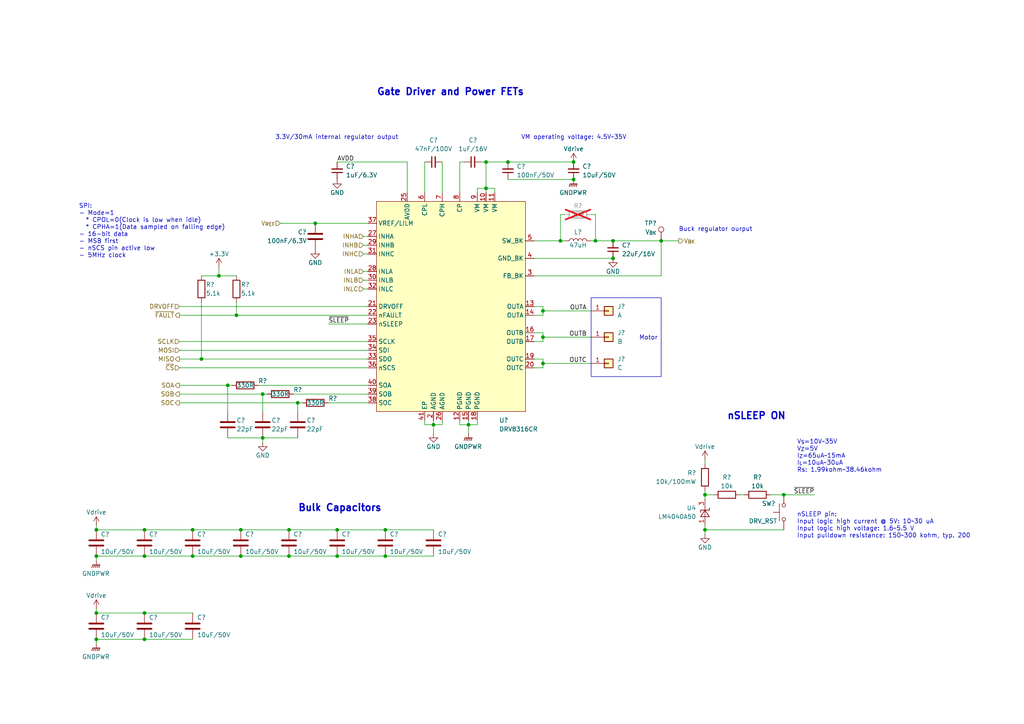
<source format=kicad_sch>
(kicad_sch (version 20230121) (generator eeschema)
  (paper "A4")
  (lib_symbols
    (symbol "Connector:TestPoint" (pin_numbers hide) (pin_names (offset 0.762) hide)
      (property "Reference" "TP" (at 0 6.858 0))
      (property "Value" "TestPoint" (at 0 5.08 0))
      (symbol "TestPoint_0_1"
        (circle (center 0 3.302) (radius 0.762))
      )
      (symbol "TestPoint_1_1"
        (pin passive line (at 0 0 90) (length 2.54) (name "1") (number "1"))
      )
    )
    (symbol "Connector_Generic:Conn_01x01" (pin_names (offset 1.016) hide)
      (property "Reference" "J" (at 0 2.54 0))
      (property "Value" "Conn_01x01" (at 0 -2.54 0))
      (symbol "Conn_01x01_1_1"
        (rectangle (start -1.27 0.127) (end 0 -0.127) (stroke (width 0.1524)))
        (rectangle (start -1.27 1.27) (end 1.27 -1.27) (stroke (width 0.254)) (fill (type background)))
        (pin passive line (at -5.08 0 0) (length 3.81) (name "Pin_1") (number "1"))
      )
    )
    (symbol "Device:C" (pin_numbers hide) (pin_names (offset 0.254))
      (property "Reference" "C" (at 0.635 2.54 0))
      (property "Value" "C" (at 0.635 -2.54 0))
      (symbol "C_0_1"
        (polyline (pts (xy -2.032 -0.762) (xy 2.032 -0.762)) (stroke (width 0.508)))
        (polyline (pts (xy -2.032 0.762) (xy 2.032 0.762)) (stroke (width 0.508)))
      )
      (symbol "C_1_1"
        (pin passive line (at 0 3.81 270) (length 2.794) (name "~") (number "1"))
        (pin passive line (at 0 -3.81 90) (length 2.794) (name "~") (number "2"))
      )
    )
    (symbol "Device:C_Small" (pin_numbers hide) (pin_names (offset 0.254) hide)
      (property "Reference" "C" (at 0.254 1.778 0))
      (property "Value" "C_Small" (at 0.254 -2.032 0))
      (symbol "C_Small_0_1"
        (polyline (pts (xy -1.524 -0.508) (xy 1.524 -0.508)) (stroke (width 0.3302)))
        (polyline (pts (xy -1.524 0.508) (xy 1.524 0.508)) (stroke (width 0.3048)))
      )
      (symbol "C_Small_1_1"
        (pin passive line (at 0 2.54 270) (length 2.032) (name "~") (number "1"))
        (pin passive line (at 0 -2.54 90) (length 2.032) (name "~") (number "2"))
      )
    )
    (symbol "Device:L" (pin_numbers hide) (pin_names (offset 1.016) hide)
      (property "Reference" "L" (at -1.27 0 90))
      (property "Value" "L" (at 1.905 0 90))
      (symbol "L_0_1"
        (arc (start 0 -2.54) (mid 0.6323 -1.905) (end 0 -1.27))
        (arc (start 0 -1.27) (mid 0.6323 -0.635) (end 0 0))
        (arc (start 0 0) (mid 0.6323 0.635) (end 0 1.27))
        (arc (start 0 1.27) (mid 0.6323 1.905) (end 0 2.54))
      )
      (symbol "L_1_1"
        (pin passive line (at 0 3.81 270) (length 1.27) (name "1") (number "1"))
        (pin passive line (at 0 -3.81 90) (length 1.27) (name "2") (number "2"))
      )
    )
    (symbol "Device:R" (pin_numbers hide) (pin_names (offset 0))
      (property "Reference" "R" (at 2.032 0 90))
      (property "Value" "R" (at 0 0 90))
      (symbol "R_0_1"
        (rectangle (start -1.016 -2.54) (end 1.016 2.54) (stroke (width 0.254)))
      )
      (symbol "R_1_1"
        (pin passive line (at 0 3.81 270) (length 1.27) (name "~") (number "1"))
        (pin passive line (at 0 -3.81 90) (length 1.27) (name "~") (number "2"))
      )
    )
    (symbol "Reference_Voltage:LM4040DCK-5" (pin_names (offset 0.0254) hide)
      (property "Reference" "U" (at 0 2.54 0))
      (property "Value" "LM4040DCK-5" (at 0 -3.175 0))
      (symbol "LM4040DCK-5_0_1"
        (polyline (pts (xy -1.27 0) (xy 0 0) (xy 1.27 0)))
        (polyline (pts (xy -1.27 -1.27) (xy 0.635 0) (xy -1.27 1.27) (xy -1.27 -1.27)) (stroke (width 0.2032)))
        (polyline (pts (xy 0 -1.27) (xy 0.635 -1.27) (xy 0.635 1.27) (xy 1.27 1.27)) (stroke (width 0.2032)))
      )
      (symbol "LM4040DCK-5_1_1"
        (pin passive line (at -3.81 0 0) (length 2.54) (name "A") (number "1"))
        (pin passive line (at 3.81 0 180) (length 2.54) (name "K") (number "3"))
      )
    )
    (symbol "Switch:SW_Push" (pin_numbers hide) (pin_names (offset 1.016) hide)
      (property "Reference" "SW" (at 1.27 2.54 0))
      (property "Value" "SW_Push" (at 0 -1.524 0))
      (symbol "SW_Push_0_1"
        (circle (center -2.032 0) (radius 0.508))
        (polyline (pts (xy 0 1.27) (xy 0 3.048)))
        (polyline (pts (xy 2.54 1.27) (xy -2.54 1.27)))
        (circle (center 2.032 0) (radius 0.508))
        (pin passive line (at -5.08 0 0) (length 2.54) (name "1") (number "1"))
        (pin passive line (at 5.08 0 180) (length 2.54) (name "2") (number "2"))
      )
    )
    (symbol "moco8316:DRV8316CR"
      (property "Reference" "U?" (at 20.32 -33.02 0))
      (property "Value" "DRV8316CR" (at 20.32 -30.48 0))
      (symbol "DRV8316CR_0_0"
        (pin no_connect non_logic (at 24.13 -20.32 180) (length 2.54) hide (name "NC") (number "1"))
        (pin power_in line (at 10.16 35.56 270) (length 2.54) (name "VM") (number "10"))
        (pin power_in line (at 12.7 35.56 270) (length 2.54) (name "VM") (number "11"))
        (pin power_in line (at 2.54 -30.48 90) (length 2.54) (name "PGND") (number "12"))
        (pin output line (at 24.13 2.54 180) (length 2.54) (name "OUTA") (number "13"))
        (pin output line (at 24.13 0 180) (length 2.54) (name "OUTA") (number "14"))
        (pin power_in line (at 5.08 -30.48 90) (length 2.54) (name "PGND") (number "15"))
        (pin output line (at 24.13 -5.08 180) (length 2.54) (name "OUTB") (number "16"))
        (pin output line (at 24.13 -7.62 180) (length 2.54) (name "OUTB") (number "17"))
        (pin power_in line (at 7.62 -30.48 90) (length 2.54) (name "PGND") (number "18"))
        (pin output line (at 24.13 -12.7 180) (length 2.54) (name "OUTC") (number "19"))
        (pin power_in line (at -5.08 -30.48 90) (length 2.54) (name "AGND") (number "2"))
        (pin output line (at 24.13 -15.24 180) (length 2.54) (name "OUTC") (number "20"))
        (pin input line (at -24.13 2.54 0) (length 2.54) (name "DRVOFF") (number "21"))
        (pin output line (at -24.13 0 0) (length 2.54) (name "nFAULT") (number "22"))
        (pin input line (at -24.13 -2.54 0) (length 2.54) (name "nSLEEP") (number "23"))
        (pin no_connect non_logic (at 24.13 -17.78 180) (length 2.54) hide (name "NC") (number "24"))
        (pin power_out line (at -12.7 35.56 270) (length 2.54) (name "AVDD") (number "25"))
        (pin power_in line (at -2.54 -30.48 90) (length 2.54) (name "AGND") (number "26"))
        (pin input line (at -24.13 22.86 0) (length 2.54) (name "INHA") (number "27"))
        (pin input line (at -24.13 12.7 0) (length 2.54) (name "INLA") (number "28"))
        (pin input line (at -24.13 20.32 0) (length 2.54) (name "INHB") (number "29"))
        (pin power_in line (at 24.13 11.43 180) (length 2.54) (name "FB_BK") (number "3"))
        (pin input line (at -24.13 10.16 0) (length 2.54) (name "INLB") (number "30"))
        (pin input line (at -24.13 17.78 0) (length 2.54) (name "INHC") (number "31"))
        (pin input line (at -24.13 7.62 0) (length 2.54) (name "INLC") (number "32"))
        (pin output line (at -24.13 -12.7 0) (length 2.54) (name "SDO") (number "33"))
        (pin input line (at -24.13 -10.16 0) (length 2.54) (name "SDI") (number "34"))
        (pin input line (at -24.13 -7.62 0) (length 2.54) (name "SCLK") (number "35"))
        (pin input line (at -24.13 -15.24 0) (length 2.54) (name "nSCS") (number "36"))
        (pin power_in line (at -24.13 26.67 0) (length 2.54) (name "VREF/LILM") (number "37"))
        (pin output line (at -24.13 -25.4 0) (length 2.54) (name "SOC") (number "38"))
        (pin output line (at -24.13 -22.86 0) (length 2.54) (name "SOB") (number "39"))
        (pin power_in line (at 24.13 16.51 180) (length 2.54) (name "GND_BK") (number "4"))
        (pin output line (at -24.13 -20.32 0) (length 2.54) (name "SOA") (number "40"))
        (pin power_in line (at -7.62 -30.48 90) (length 2.54) (name "EP") (number "41"))
        (pin power_out line (at 24.13 21.59 180) (length 2.54) (name "SW_BK") (number "5"))
        (pin power_in line (at -7.62 35.56 270) (length 2.54) (name "CPL") (number "6"))
        (pin power_in line (at -2.54 35.56 270) (length 2.54) (name "CPH") (number "7"))
        (pin power_out line (at 2.54 35.56 270) (length 2.54) (name "CP") (number "8"))
        (pin power_in line (at 7.62 35.56 270) (length 2.54) (name "VM") (number "9"))
      )
      (symbol "DRV8316CR_0_1"
        (rectangle (start -21.59 33.02) (end 21.59 -27.94) (fill (type background)))
      )
    )
    (symbol "power:+3.3V" (power) (pin_names (offset 0))
      (property "Value" "+3.3V" (at 0 3.556 0))
      (symbol "+3.3V_0_1"
        (polyline (pts (xy -0.762 1.27) (xy 0 2.54)))
        (polyline (pts (xy 0 0) (xy 0 2.54)))
        (polyline (pts (xy 0 2.54) (xy 0.762 1.27)))
      )
      (symbol "+3.3V_1_1"
        (pin power_in line (at 0 0 90) (length 0) hide (name "+3.3V") (number "1"))
      )
    )
    (symbol "power:GND" (power) (pin_names (offset 0))
      (property "Value" "GND" (at 0 -3.81 0))
      (symbol "GND_0_1"
        (polyline (pts (xy 0 0) (xy 0 -1.27) (xy 1.27 -1.27) (xy 0 -2.54) (xy -1.27 -1.27) (xy 0 -1.27)))
      )
      (symbol "GND_1_1"
        (pin power_in line (at 0 0 270) (length 0) hide (name "GND") (number "1"))
      )
    )
    (symbol "power:GNDPWR" (power) (pin_names (offset 0))
      (property "Value" "GNDPWR" (at 0 -3.302 0))
      (symbol "GNDPWR_0_1"
        (polyline (pts (xy 0 -1.27) (xy 0 0)))
        (polyline (pts (xy -1.016 -1.27) (xy -1.27 -2.032) (xy -1.27 -2.032)) (stroke (width 0.2032)))
        (polyline (pts (xy -0.508 -1.27) (xy -0.762 -2.032) (xy -0.762 -2.032)) (stroke (width 0.2032)))
        (polyline (pts (xy 0 -1.27) (xy -0.254 -2.032) (xy -0.254 -2.032)) (stroke (width 0.2032)))
        (polyline (pts (xy 0.508 -1.27) (xy 0.254 -2.032) (xy 0.254 -2.032)) (stroke (width 0.2032)))
        (polyline (pts (xy 1.016 -1.27) (xy -1.016 -1.27) (xy -1.016 -1.27)) (stroke (width 0.2032)))
        (polyline (pts (xy 1.016 -1.27) (xy 0.762 -2.032) (xy 0.762 -2.032) (xy 0.762 -2.032)) (stroke (width 0.2032)))
      )
      (symbol "GNDPWR_1_1"
        (pin power_in line (at 0 0 270) (length 0) hide (name "GNDPWR") (number "1"))
      )
    )
    (symbol "power:Vdrive" (power) (pin_names (offset 0))
      (property "Value" "Vdrive" (at 0 3.81 0))
      (symbol "Vdrive_0_1"
        (polyline (pts (xy -0.762 1.27) (xy 0 2.54)))
        (polyline (pts (xy 0 0) (xy 0 2.54)))
        (polyline (pts (xy 0 2.54) (xy 0.762 1.27)))
      )
      (symbol "Vdrive_1_1"
        (pin power_in line (at 0 0 90) (length 0) hide (name "Vdrive") (number "1"))
      )
    )
  )
  (junction (at 69.85 153.67))
  (junction (at 27.94 153.67))
  (junction (at 166.37 52.07))
  (junction (at 41.91 161.29))
  (junction (at 76.2 114.3))
  (junction (at 41.91 177.8))
  (junction (at 140.97 46.99))
  (junction (at 227.33 143.51))
  (junction (at 140.97 54.61))
  (junction (at 27.94 161.29))
  (junction (at 76.2 127))
  (junction (at 157.48 90.17))
  (junction (at 162.56 69.85))
  (junction (at 166.37 46.99))
  (junction (at 125.73 123.19))
  (junction (at 111.76 161.29))
  (junction (at 191.77 69.85))
  (junction (at 157.48 105.41))
  (junction (at 147.32 46.99))
  (junction (at 69.85 161.29))
  (junction (at 58.42 104.14))
  (junction (at 83.82 161.29))
  (junction (at 66.04 111.76))
  (junction (at 41.91 153.67))
  (junction (at 68.58 91.44))
  (junction (at 204.47 143.51))
  (junction (at 204.47 153.67))
  (junction (at 41.91 185.42))
  (junction (at 63.5 80.01))
  (junction (at 172.72 69.85))
  (junction (at 27.94 177.8))
  (junction (at 157.48 97.79))
  (junction (at 97.79 153.67))
  (junction (at 86.36 116.84))
  (junction (at 111.76 153.67))
  (junction (at 135.89 123.19))
  (junction (at 97.79 161.29))
  (junction (at 177.8 69.85))
  (junction (at 27.94 185.42))
  (junction (at 91.44 64.77))
  (junction (at 55.88 153.67))
  (junction (at 55.88 161.29))
  (junction (at 177.8 74.93))
  (junction (at 83.82 153.67))
  (wire (pts (xy 105.41 71.12) (xy 106.68 71.12)))
  (wire (pts (xy 154.94 104.14) (xy 157.48 104.14)))
  (wire (pts (xy 52.07 99.06) (xy 106.68 99.06)))
  (wire (pts (xy 105.41 78.74) (xy 106.68 78.74)))
  (wire (pts (xy 105.41 73.66) (xy 106.68 73.66)))
  (wire (pts (xy 138.43 123.19) (xy 135.89 123.19)))
  (wire (pts (xy 105.41 81.28) (xy 106.68 81.28)))
  (wire (pts (xy 138.43 54.61) (xy 140.97 54.61)))
  (wire (pts (xy 86.36 119.38) (xy 86.36 116.84)))
  (wire (pts (xy 86.36 116.84) (xy 87.63 116.84)))
  (wire (pts (xy 118.11 46.99) (xy 118.11 55.88)))
  (wire (pts (xy 139.7 46.99) (xy 140.97 46.99)))
  (wire (pts (xy 157.48 96.52) (xy 157.48 97.79)))
  (wire (pts (xy 41.91 177.8) (xy 55.88 177.8)))
  (wire (pts (xy 128.27 46.99) (xy 128.27 55.88)))
  (wire (pts (xy 52.07 111.76) (xy 66.04 111.76)))
  (wire (pts (xy 143.51 54.61) (xy 143.51 55.88)))
  (wire (pts (xy 27.94 185.42) (xy 41.91 185.42)))
  (wire (pts (xy 135.89 121.92) (xy 135.89 123.19)))
  (wire (pts (xy 157.48 90.17) (xy 157.48 91.44)))
  (wire (pts (xy 133.35 123.19) (xy 135.89 123.19)))
  (wire (pts (xy 97.79 161.29) (xy 111.76 161.29)))
  (wire (pts (xy 52.07 106.68) (xy 106.68 106.68)))
  (wire (pts (xy 85.09 114.3) (xy 106.68 114.3)))
  (wire (pts (xy 133.35 121.92) (xy 133.35 123.19)))
  (wire (pts (xy 123.19 123.19) (xy 125.73 123.19)))
  (wire (pts (xy 134.62 46.99) (xy 133.35 46.99)))
  (wire (pts (xy 223.52 143.51) (xy 227.33 143.51)))
  (wire (pts (xy 27.94 162.56) (xy 27.94 161.29)))
  (wire (pts (xy 63.5 77.47) (xy 63.5 80.01)))
  (wire (pts (xy 140.97 54.61) (xy 143.51 54.61)))
  (wire (pts (xy 27.94 176.53) (xy 27.94 177.8)))
  (wire (pts (xy 97.79 153.67) (xy 111.76 153.67)))
  (wire (pts (xy 162.56 62.23) (xy 162.56 69.85)))
  (wire (pts (xy 41.91 153.67) (xy 55.88 153.67)))
  (wire (pts (xy 157.48 97.79) (xy 157.48 99.06)))
  (wire (pts (xy 154.94 91.44) (xy 157.48 91.44)))
  (wire (pts (xy 157.48 88.9) (xy 157.48 90.17)))
  (wire (pts (xy 204.47 154.94) (xy 204.47 153.67)))
  (wire (pts (xy 154.94 96.52) (xy 157.48 96.52)))
  (wire (pts (xy 83.82 153.67) (xy 97.79 153.67)))
  (wire (pts (xy 157.48 99.06) (xy 154.94 99.06)))
  (wire (pts (xy 68.58 87.63) (xy 68.58 91.44)))
  (wire (pts (xy 95.25 93.98) (xy 106.68 93.98)))
  (wire (pts (xy 83.82 161.29) (xy 97.79 161.29)))
  (wire (pts (xy 91.44 64.77) (xy 106.68 64.77)))
  (wire (pts (xy 81.28 64.77) (xy 91.44 64.77)))
  (wire (pts (xy 55.88 161.29) (xy 69.85 161.29)))
  (wire (pts (xy 63.5 80.01) (xy 58.42 80.01)))
  (wire (pts (xy 76.2 119.38) (xy 76.2 114.3)))
  (wire (pts (xy 154.94 80.01) (xy 191.77 80.01)))
  (wire (pts (xy 162.56 69.85) (xy 163.83 69.85)))
  (wire (pts (xy 204.47 153.67) (xy 204.47 152.4)))
  (wire (pts (xy 27.94 152.4) (xy 27.94 153.67)))
  (wire (pts (xy 58.42 87.63) (xy 58.42 104.14)))
  (wire (pts (xy 172.72 69.85) (xy 177.8 69.85)))
  (wire (pts (xy 76.2 114.3) (xy 77.47 114.3)))
  (wire (pts (xy 215.9 143.51) (xy 214.63 143.51)))
  (wire (pts (xy 135.89 123.19) (xy 135.89 125.73)))
  (wire (pts (xy 27.94 186.69) (xy 27.94 185.42)))
  (wire (pts (xy 105.41 68.58) (xy 106.68 68.58)))
  (wire (pts (xy 76.2 128.27) (xy 76.2 127)))
  (wire (pts (xy 97.79 46.99) (xy 118.11 46.99)))
  (wire (pts (xy 105.41 83.82) (xy 106.68 83.82)))
  (wire (pts (xy 55.88 153.67) (xy 69.85 153.67)))
  (wire (pts (xy 41.91 161.29) (xy 27.94 161.29)))
  (wire (pts (xy 147.32 46.99) (xy 166.37 46.99)))
  (wire (pts (xy 74.93 111.76) (xy 106.68 111.76)))
  (wire (pts (xy 138.43 54.61) (xy 138.43 55.88)))
  (wire (pts (xy 128.27 121.92) (xy 128.27 123.19)))
  (wire (pts (xy 154.94 69.85) (xy 162.56 69.85)))
  (wire (pts (xy 52.07 101.6) (xy 106.68 101.6)))
  (wire (pts (xy 154.94 88.9) (xy 157.48 88.9)))
  (wire (pts (xy 69.85 153.67) (xy 83.82 153.67)))
  (wire (pts (xy 157.48 106.68) (xy 154.94 106.68)))
  (wire (pts (xy 138.43 121.92) (xy 138.43 123.19)))
  (wire (pts (xy 123.19 121.92) (xy 123.19 123.19)))
  (wire (pts (xy 123.19 46.99) (xy 123.19 55.88)))
  (wire (pts (xy 172.72 69.85) (xy 171.45 69.85)))
  (wire (pts (xy 95.25 116.84) (xy 106.68 116.84)))
  (wire (pts (xy 204.47 142.24) (xy 204.47 143.51)))
  (wire (pts (xy 133.35 46.99) (xy 133.35 55.88)))
  (wire (pts (xy 125.73 161.29) (xy 111.76 161.29)))
  (wire (pts (xy 66.04 127) (xy 76.2 127)))
  (wire (pts (xy 157.48 105.41) (xy 157.48 106.68)))
  (wire (pts (xy 52.07 116.84) (xy 86.36 116.84)))
  (wire (pts (xy 111.76 153.67) (xy 125.73 153.67)))
  (wire (pts (xy 172.72 62.23) (xy 171.45 62.23)))
  (wire (pts (xy 41.91 185.42) (xy 55.88 185.42)))
  (wire (pts (xy 27.94 177.8) (xy 41.91 177.8)))
  (wire (pts (xy 157.48 97.79) (xy 171.45 97.79)))
  (wire (pts (xy 204.47 143.51) (xy 207.01 143.51)))
  (wire (pts (xy 162.56 62.23) (xy 163.83 62.23)))
  (wire (pts (xy 140.97 46.99) (xy 140.97 54.61)))
  (wire (pts (xy 125.73 123.19) (xy 125.73 125.73)))
  (wire (pts (xy 154.94 74.93) (xy 177.8 74.93)))
  (wire (pts (xy 52.07 114.3) (xy 76.2 114.3)))
  (wire (pts (xy 177.8 69.85) (xy 191.77 69.85)))
  (wire (pts (xy 157.48 90.17) (xy 171.45 90.17)))
  (wire (pts (xy 58.42 104.14) (xy 106.68 104.14)))
  (wire (pts (xy 227.33 143.51) (xy 236.22 143.51)))
  (wire (pts (xy 157.48 104.14) (xy 157.48 105.41)))
  (wire (pts (xy 69.85 161.29) (xy 83.82 161.29)))
  (wire (pts (xy 66.04 119.38) (xy 66.04 111.76)))
  (wire (pts (xy 125.73 121.92) (xy 125.73 123.19)))
  (wire (pts (xy 52.07 91.44) (xy 68.58 91.44)))
  (wire (pts (xy 52.07 104.14) (xy 58.42 104.14)))
  (wire (pts (xy 204.47 153.67) (xy 227.33 153.67)))
  (wire (pts (xy 204.47 133.35) (xy 204.47 134.62)))
  (wire (pts (xy 66.04 111.76) (xy 67.31 111.76)))
  (wire (pts (xy 52.07 88.9) (xy 106.68 88.9)))
  (wire (pts (xy 128.27 123.19) (xy 125.73 123.19)))
  (wire (pts (xy 191.77 80.01) (xy 191.77 69.85)))
  (wire (pts (xy 76.2 127) (xy 86.36 127)))
  (wire (pts (xy 147.32 52.07) (xy 166.37 52.07)))
  (wire (pts (xy 204.47 143.51) (xy 204.47 144.78)))
  (wire (pts (xy 172.72 62.23) (xy 172.72 69.85)))
  (wire (pts (xy 41.91 153.67) (xy 27.94 153.67)))
  (wire (pts (xy 41.91 161.29) (xy 55.88 161.29)))
  (wire (pts (xy 191.77 69.85) (xy 196.85 69.85)))
  (wire (pts (xy 68.58 91.44) (xy 106.68 91.44)))
  (wire (pts (xy 140.97 54.61) (xy 140.97 55.88)))
  (wire (pts (xy 147.32 46.99) (xy 140.97 46.99)))
  (wire (pts (xy 63.5 80.01) (xy 68.58 80.01)))
  (wire (pts (xy 157.48 105.41) (xy 171.45 105.41)))
  (text_box "Motor" (at 171.45 86.36 0) (size 20.32 22.86) (effects (font (size 1.27 1.27)) (justify right)))
  (text "nSLEEP ON" (at 210.82 121.92 0) (effects (font (size 2 2) (thickness 0.4) bold) (justify left bottom)))
  (text "SPI:\n- Mode=1\n  * CPOL=0(Clock is low when idle)\n  * CPHA=1(Data sampled on falling edge)\n- 16-bit data\n- MSB first\n- nSCS pin active low\n- 5MHz clock" (at 22.86 74.93 0) (effects (font (size 1.27 1.27)) (justify left bottom)))
  (text "Gate Driver and Power FETs" (at 109.22 27.94 0) (effects (font (size 2 2) (thickness 0.4) bold) (justify left bottom)))
  (text "V_{S}=10V~35V\nV_{Z}=5V\nI_{Z}=65uA~15mA\nI_{L}=10uA~30uA\nRs: 1.99kohm~38.46kohm" (at 231.14 137.16 0) (effects (font (size 1.27 1.27)) (justify left bottom)))
  (text "VM operating voltage: 4.5V~35V" (at 151.13 40.64 0) (effects (font (size 1.27 1.27)) (justify left bottom)))
  (text "Buck regulator ourput" (at 196.85 67.31 0) (effects (font (size 1.27 1.27)) (justify left bottom)))
  (text "Bulk Capacitors" (at 86.36 148.59 0) (effects (font (size 2 2) (thickness 0.4) bold) (justify left bottom)))
  (text "nSLEEP pin:\nInput logic high current @ 5V: 10~30 uA\nInput logic high voltage: 1.6~5.5 V\nInput pulldown resistance: 150~300 kohm, typ. 200" (at 231.14 156.21 0) (effects (font (size 1.27 1.27)) (justify left bottom)))
  (text "3.3V/30mA internal regulator output" (at 115.57 40.64 0) (effects (font (size 1.27 1.27)) (justify right bottom)))
  (label "~{SLEEP}" (at 236.22 143.51 180))
  (label "OUTC" (at 170.18 105.41 180))
  (label "OUTA" (at 170.18 90.17 180))
  (label "AVDD" (at 97.79 46.99 0))
  (label "OUTB" (at 170.18 97.79 180))
  (label "~{SLEEP}" (at 95.25 93.98 0))
  (hierarchical_label "SOC" (shape output) (at 52.07 116.84 180))
  (hierarchical_label "V_{REF}" (shape input) (at 81.28 64.77 180))
  (hierarchical_label "SOA" (shape output) (at 52.07 111.76 180))
  (hierarchical_label "DRVOFF" (shape input) (at 52.07 88.9 180))
  (hierarchical_label "INLC" (shape input) (at 105.41 83.82 180))
  (hierarchical_label "~{CS}" (shape input) (at 52.07 106.68 180))
  (hierarchical_label "INHC" (shape input) (at 105.41 73.66 180))
  (hierarchical_label "INLA" (shape input) (at 105.41 78.74 180))
  (hierarchical_label "INHB" (shape input) (at 105.41 71.12 180))
  (hierarchical_label "MISO" (shape output) (at 52.07 104.14 180))
  (hierarchical_label "~{FAULT}" (shape output) (at 52.07 91.44 180))
  (hierarchical_label "INHA" (shape input) (at 105.41 68.58 180))
  (hierarchical_label "V_{BK}" (shape output) (at 196.85 69.85 0))
  (hierarchical_label "INLB" (shape input) (at 105.41 81.28 180))
  (hierarchical_label "SCLK" (shape input) (at 52.07 99.06 180))
  (hierarchical_label "SOB" (shape output) (at 52.07 114.3 180))
  (hierarchical_label "MOSI" (shape input) (at 52.07 101.6 180))
  (symbol (lib_id "power:GND") (at 177.8 74.93 0) (unit 1)
    (property "Reference" "#PWR?" (effects hide))
    (property "Value" "GND" (at 177.8 78.74 0))
    (instances (project "moco-oi451" (path "" (reference "#PWR?") (unit 1)) (path "" (reference "#PWR030") (unit 1))) (project "moco-bkd8316" (path "" (reference "#PWR?") (unit 1))))
  )
  (symbol (lib_id "Device:C") (at 66.04 123.19 0) (mirror y) (unit 1)
    (property "Reference" "C?" (at 68.58 121.92 0) (effects (justify right)))
    (property "Value" "22pF" (at 68.58 124.46 0) (effects (justify right)))
    (property "Footprint" "Capacitor_SMD:C_0603_1608Metric" (effects hide))
    (instances (project "moco-oi451" (path "" (reference "C?") (unit 1)) (path "" (reference "C22") (unit 1))) (project "moco-bkd8316" (path "" (reference "C?") (unit 1))))
  )
  (symbol (lib_id "power:Vdrive") (at 204.47 133.35 0) (unit 1)
    (property "Reference" "#PWR?" (effects hide))
    (property "Value" "Vdrive" (at 204.47 129.54 0))
    (instances (project "moco-oi451" (path "" (reference "#PWR?") (unit 1)) (path "" (reference "#PWR035") (unit 1))) (project "moco-bkd8316" (path "" (reference "#PWR?") (unit 1))))
  )
  (symbol (lib_id "Device:C") (at 55.88 157.48 0) (mirror y) (unit 1)
    (property "Reference" "C?" (at 57.15 154.94 0) (effects (justify right)))
    (property "Value" "10uF/50V" (at 57.15 160.02 0) (effects (justify right)))
    (property "Footprint" "Capacitor_SMD:C_0805_2012Metric" (effects hide))
    (property "LCSC" "C440198" (effects hide))
    (property "MFR. Part#" "GRM21BR61H106KE43L" (effects hide))
    (instances (project "moco-oi451" (path "" (reference "C?") (unit 1)) (path "" (reference "C27") (unit 1))) (project "moco-bkd8316" (path "" (reference "C?") (unit 1))))
  )
  (symbol (lib_id "power:GND") (at 97.79 52.07 0) (unit 1)
    (property "Reference" "#PWR?" (effects hide))
    (property "Value" "GND" (at 97.79 55.88 0))
    (instances (project "moco-oi451" (path "" (reference "#PWR?") (unit 1)) (path "" (reference "#PWR027") (unit 1))) (project "moco-bkd8316" (path "" (reference "#PWR?") (unit 1))))
  )
  (symbol (lib_id "power:GNDPWR") (at 27.94 186.69 0) (unit 1)
    (property "Reference" "#PWR044" (effects hide))
    (property "Value" "GNDPWR" (at 27.813 190.5 0))
  )
  (symbol (lib_id "Device:C_Small") (at 166.37 49.53 180) (unit 1)
    (property "Reference" "C?" (at 168.91 48.26 0) (effects (justify right)))
    (property "Value" "10uF/50V" (at 168.91 50.8 0) (effects (justify right)))
    (property "Footprint" "Capacitor_SMD:C_0805_2012Metric" (effects hide))
    (property "LCSC" "C440198" (effects hide))
    (property "MFR. Part#" "GRM21BR61H106KE43L" (effects hide))
    (instances (project "moco-oi451" (path "" (reference "C?") (unit 1)) (path "" (reference "C19") (unit 1))) (project "moco-bkd8316" (path "" (reference "C?") (unit 1))))
  )
  (symbol (lib_id "power:Vdrive") (at 27.94 152.4 0) (unit 1)
    (property "Reference" "#PWR?" (effects hide))
    (property "Value" "Vdrive" (at 27.94 148.59 0))
    (instances (project "moco-oi451" (path "" (reference "#PWR?") (unit 1)) (path "" (reference "#PWR037") (unit 1))) (project "moco-bkd8316" (path "" (reference "#PWR?") (unit 1))))
  )
  (symbol (lib_id "Device:C") (at 86.36 123.19 0) (mirror y) (unit 1)
    (property "Reference" "C?" (at 88.9 121.92 0) (effects (justify right)))
    (property "Value" "22pF" (at 88.9 124.46 0) (effects (justify right)))
    (property "Footprint" "Capacitor_SMD:C_0603_1608Metric" (effects hide))
    (instances (project "moco-oi451" (path "" (reference "C?") (unit 1)) (path "" (reference "C24") (unit 1))) (project "moco-bkd8316" (path "" (reference "C?") (unit 1))))
  )
  (symbol (lib_id "Device:R") (at 167.64 62.23 90) (unit 1) (dnp yes)
    (property "Reference" "R?" (at 167.64 59.69 90))
    (property "Value" "22R" (at 167.64 62.23 90))
    (property "Footprint" "Resistor_SMD:R_0603_1608Metric" (effects hide))
    (instances (project "moco-oi451" (path "" (reference "R?") (unit 1)) (path "" (reference "R5") (unit 1))) (project "moco-bkd8316" (path "" (reference "R?") (unit 1))))
  )
  (symbol (lib_id "power:Vdrive") (at 166.37 46.99 0) (unit 1)
    (property "Reference" "#PWR?" (effects hide))
    (property "Value" "Vdrive" (at 166.37 43.18 0))
    (instances (project "moco-oi451" (path "" (reference "#PWR?") (unit 1)) (path "" (reference "#PWR026") (unit 1))) (project "moco-bkd8316" (path "" (reference "#PWR?") (unit 1))))
  )
  (symbol (lib_id "Device:R") (at 71.12 111.76 90) (unit 1)
    (property "Reference" "R?" (at 76.2 110.49 90))
    (property "Value" "330R" (at 71.12 111.76 90))
    (property "Footprint" "Resistor_SMD:R_0603_1608Metric" (effects hide))
    (instances (project "moco-oi451" (path "" (reference "R?") (unit 1)) (path "" (reference "R8") (unit 1))) (project "moco-bkd8316" (path "" (reference "R?") (unit 1))))
  )
  (symbol (lib_id "power:GND") (at 125.73 125.73 0) (unit 1)
    (property "Reference" "#PWR?" (effects hide))
    (property "Value" "GND" (at 125.73 129.54 0))
    (instances (project "moco-oi451" (path "" (reference "#PWR?") (unit 1)) (path "" (reference "#PWR032") (unit 1))) (project "moco-bkd8316" (path "" (reference "#PWR?") (unit 1))))
  )
  (symbol (lib_id "Connector_Generic:Conn_01x01") (at 176.53 97.79 0) (unit 1)
    (property "Reference" "J?" (at 179.07 96.52 0) (effects (justify left)))
    (property "Value" "B" (at 179.07 99.06 0) (effects (justify left)))
    (property "Footprint" "moco:wire_3.2mm" (effects hide))
    (instances (project "moco-oi451" (path "" (reference "J?") (unit 1)) (path "" (reference "J7") (unit 1))) (project "moco-bkd8316" (path "" (reference "J?") (unit 1))))
  )
  (symbol (lib_id "Device:C") (at 27.94 157.48 0) (mirror y) (unit 1)
    (property "Reference" "C?" (at 29.21 154.94 0) (effects (justify right)))
    (property "Value" "10uF/50V" (at 29.21 160.02 0) (effects (justify right)))
    (property "Footprint" "Capacitor_SMD:C_0805_2012Metric" (effects hide))
    (property "LCSC" "C440198" (effects hide))
    (property "MFR. Part#" "GRM21BR61H106KE43L" (effects hide))
    (instances (project "moco-oi451" (path "" (reference "C?") (unit 1)) (path "" (reference "C25") (unit 1))) (project "moco-bkd8316" (path "" (reference "C?") (unit 1))))
  )
  (symbol (lib_id "Device:C") (at 125.73 157.48 0) (mirror y) (unit 1)
    (property "Reference" "C?" (at 127 154.94 0) (effects (justify right)))
    (property "Value" "10uF/50V" (at 127 160.02 0) (effects (justify right)))
    (property "Footprint" "Capacitor_SMD:C_0805_2012Metric" (effects hide))
    (property "LCSC" "C440198" (effects hide))
    (property "MFR. Part#" "GRM21BR61H106KE43L" (effects hide))
    (instances (project "moco-oi451" (path "" (reference "C?") (unit 1)) (path "" (reference "C32") (unit 1))) (project "moco-bkd8316" (path "" (reference "C?") (unit 1))))
  )
  (symbol (lib_id "Device:C") (at 91.44 68.58 0) (mirror y) (unit 1)
    (property "Reference" "C?" (at 86.36 67.31 0) (effects (justify right)))
    (property "Value" "100nF/6.3V" (at 77.47 69.85 0) (effects (justify right)))
    (property "Footprint" "Capacitor_SMD:C_0603_1608Metric" (effects hide))
    (instances (project "moco-oi451" (path "" (reference "C?") (unit 1)) (path "" (reference "C20") (unit 1))) (project "moco-bkd8316" (path "" (reference "C?") (unit 1))))
  )
  (symbol (lib_id "Device:C_Small") (at 177.8 72.39 180) (unit 1)
    (property "Reference" "C?" (at 180.34 71.1136 0) (effects (justify right)))
    (property "Value" "22uF/16V" (at 180.34 73.6536 0) (effects (justify right)))
    (property "Footprint" "Capacitor_SMD:C_0805_2012Metric" (effects hide))
    (property "LCSC" "C98190" (effects hide))
    (property "MFR. Part#" "CL21A226MOQNNNE" (effects hide))
    (instances (project "moco-oi451" (path "" (reference "C?") (unit 1)) (path "" (reference "C21") (unit 1))) (project "moco-bkd8316" (path "" (reference "C?") (unit 1))))
  )
  (symbol (lib_id "Device:R") (at 210.82 143.51 90) (unit 1)
    (property "Reference" "R?" (at 210.82 138.43 90))
    (property "Value" "10k" (at 210.82 140.97 90))
    (property "Footprint" "Resistor_SMD:R_0603_1608Metric" (effects hide))
    (instances (project "moco-oi451" (path "" (reference "R?") (unit 1)) (path "" (reference "R12") (unit 1))) (project "moco-bkd8316" (path "" (reference "R?") (unit 1))))
  )
  (symbol (lib_id "Device:R") (at 81.28 114.3 90) (unit 1)
    (property "Reference" "R?" (at 86.36 113.03 90))
    (property "Value" "330R" (at 81.28 114.3 90))
    (property "Footprint" "Resistor_SMD:R_0603_1608Metric" (effects hide))
    (instances (project "moco-oi451" (path "" (reference "R?") (unit 1)) (path "" (reference "R9") (unit 1))) (project "moco-bkd8316" (path "" (reference "R?") (unit 1))))
  )
  (symbol (lib_id "Device:C") (at 69.85 157.48 0) (mirror y) (unit 1)
    (property "Reference" "C?" (at 71.12 154.94 0) (effects (justify right)))
    (property "Value" "10uF/50V" (at 71.12 160.02 0) (effects (justify right)))
    (property "Footprint" "Capacitor_SMD:C_0805_2012Metric" (effects hide))
    (property "LCSC" "C440198" (effects hide))
    (property "MFR. Part#" "GRM21BR61H106KE43L" (effects hide))
    (instances (project "moco-oi451" (path "" (reference "C?") (unit 1)) (path "" (reference "C28") (unit 1))) (project "moco-bkd8316" (path "" (reference "C?") (unit 1))))
  )
  (symbol (lib_id "Device:C") (at 27.94 181.61 0) (mirror y) (unit 1)
    (property "Reference" "C?" (at 29.21 179.07 0) (effects (justify right)))
    (property "Value" "10uF/50V" (at 29.21 184.15 0) (effects (justify right)))
    (property "Footprint" "Capacitor_SMD:C_0805_2012Metric" (effects hide))
    (property "LCSC" "C440198" (effects hide))
    (property "MFR. Part#" "GRM21BR61H106KE43L" (effects hide))
    (instances (project "moco-oi451" (path "" (reference "C?") (unit 1)) (path "" (reference "C36") (unit 1))) (project "moco-bkd8316" (path "" (reference "C?") (unit 1))))
  )
  (symbol (lib_id "moco8316:DRV8316CR") (at 130.81 91.44 0) (unit 1)
    (property "Reference" "U?" (at 144.78 121.92 0) (effects (justify left)))
    (property "Value" "DRV8316CR" (at 144.78 124.46 0) (effects (justify left)))
    (property "Footprint" "moco:VQFN-40_RGF_5x7mm_0.5mm_pitch_thermalpad" (effects hide))
    (property "Datasheet" "https://www.ti.com/document-viewer/DRV8316C/datasheet/" (effects hide))
    (instances (project "moco-oi451" (path "" (reference "U?") (unit 1)) (path "" (reference "U3") (unit 1))) (project "moco-bkd8316" (path "" (reference "U?") (unit 1))))
  )
  (symbol (lib_id "Device:C") (at 97.79 157.48 0) (mirror y) (unit 1)
    (property "Reference" "C?" (at 99.06 154.94 0) (effects (justify right)))
    (property "Value" "10uF/50V" (at 99.06 160.02 0) (effects (justify right)))
    (property "Footprint" "Capacitor_SMD:C_0805_2012Metric" (effects hide))
    (property "LCSC" "C440198" (effects hide))
    (property "MFR. Part#" "GRM21BR61H106KE43L" (effects hide))
    (instances (project "moco-oi451" (path "" (reference "C?") (unit 1)) (path "" (reference "C30") (unit 1))) (project "moco-bkd8316" (path "" (reference "C?") (unit 1))))
  )
  (symbol (lib_id "Connector_Generic:Conn_01x01") (at 176.53 90.17 0) (unit 1)
    (property "Reference" "J?" (at 179.07 88.9 0) (effects (justify left)))
    (property "Value" "A" (at 179.07 91.44 0) (effects (justify left)))
    (property "Footprint" "moco:wire_3.2mm" (effects hide))
    (instances (project "moco-oi451" (path "" (reference "J?") (unit 1)) (path "" (reference "J6") (unit 1))) (project "moco-bkd8316" (path "" (reference "J?") (unit 1))))
  )
  (symbol (lib_id "Switch:SW_Push") (at 227.33 148.59 90) (unit 1)
    (property "Reference" "SW?" (at 220.98 146.05 90) (effects (justify right)))
    (property "Value" "DRV_RST" (at 217.17 151.13 90) (effects (justify right)))
    (property "Footprint" "Button_Switch_SMD:SW_SPST_TL3342" (effects hide))
    (instances (project "moco-oi451" (path "" (reference "SW?") (unit 1)) (path "" (reference "SW2") (unit 1))) (project "moco-od501" (path "" (reference "SW?") (unit 1))))
  )
  (symbol (lib_id "power:GND") (at 76.2 128.27 0) (unit 1)
    (property "Reference" "#PWR?" (effects hide))
    (property "Value" "GND" (at 76.2 132.08 0))
    (instances (project "moco-oi451" (path "" (reference "#PWR?") (unit 1)) (path "" (reference "#PWR034") (unit 1))) (project "moco-bkd8316" (path "" (reference "#PWR?") (unit 1))))
  )
  (symbol (lib_id "Device:C") (at 55.88 181.61 0) (mirror y) (unit 1)
    (property "Reference" "C?" (at 57.15 179.07 0) (effects (justify right)))
    (property "Value" "10uF/50V" (at 57.15 184.15 0) (effects (justify right)))
    (property "Footprint" "Capacitor_SMD:C_0805_2012Metric" (effects hide))
    (property "LCSC" "C440198" (effects hide))
    (property "MFR. Part#" "GRM21BR61H106KE43L" (effects hide))
    (instances (project "moco-oi451" (path "" (reference "C?") (unit 1)) (path "" (reference "C38") (unit 1))) (project "moco-bkd8316" (path "" (reference "C?") (unit 1))))
  )
  (symbol (lib_id "Connector:TestPoint") (at 191.77 69.85 0) (mirror y) (unit 1)
    (property "Reference" "TP?" (at 190.5 64.77 0) (effects (justify left)))
    (property "Value" "V_{BK}" (at 190.5 67.31 0) (effects (justify left)))
    (property "Footprint" "TestPoint:TestPoint_Pad_D1.0mm" (effects hide))
    (instances (project "moco-oi451" (path "" (reference "TP?") (unit 1)) (path "" (reference "TP2") (unit 1))) (project "moco-bkd8316" (path "" (reference "TP?") (unit 1))))
  )
  (symbol (lib_id "power:GNDPWR") (at 27.94 162.56 0) (unit 1)
    (property "Reference" "#PWR038" (effects hide))
    (property "Value" "GNDPWR" (at 27.813 166.37 0))
  )
  (symbol (lib_id "Device:C") (at 41.91 181.61 0) (mirror y) (unit 1)
    (property "Reference" "C?" (at 43.18 179.07 0) (effects (justify right)))
    (property "Value" "10uF/50V" (at 43.18 184.15 0) (effects (justify right)))
    (property "Footprint" "Capacitor_SMD:C_0805_2012Metric" (effects hide))
    (property "LCSC" "C440198" (effects hide))
    (property "MFR. Part#" "GRM21BR61H106KE43L" (effects hide))
    (instances (project "moco-oi451" (path "" (reference "C?") (unit 1)) (path "" (reference "C37") (unit 1))) (project "moco-bkd8316" (path "" (reference "C?") (unit 1))))
  )
  (symbol (lib_id "Device:C") (at 111.76 157.48 0) (mirror y) (unit 1)
    (property "Reference" "C?" (at 113.03 154.94 0) (effects (justify right)))
    (property "Value" "10uF/50V" (at 113.03 160.02 0) (effects (justify right)))
    (property "Footprint" "Capacitor_SMD:C_0805_2012Metric" (effects hide))
    (property "LCSC" "C440198" (effects hide))
    (property "MFR. Part#" "GRM21BR61H106KE43L" (effects hide))
    (instances (project "moco-oi451" (path "" (reference "C?") (unit 1)) (path "" (reference "C33") (unit 1))) (project "moco-bkd8316" (path "" (reference "C?") (unit 1))))
  )
  (symbol (lib_id "Device:R") (at 219.71 143.51 90) (unit 1)
    (property "Reference" "R?" (at 219.71 138.43 90))
    (property "Value" "10k" (at 219.71 140.97 90))
    (property "Footprint" "Resistor_SMD:R_0603_1608Metric" (effects hide))
    (property "LCSC" "C25804" (effects hide))
    (property "MFR. Part#" "0603WAF1002T5E" (effects hide))
    (instances (project "moco-oi451" (path "" (reference "R?") (unit 1)) (path "" (reference "R13") (unit 1))) (project "moco-bkd8316" (path "" (reference "R?") (unit 1))))
  )
  (symbol (lib_id "Device:C") (at 41.91 157.48 0) (mirror y) (unit 1)
    (property "Reference" "C?" (at 43.18 154.94 0) (effects (justify right)))
    (property "Value" "10uF/50V" (at 43.18 160.02 0) (effects (justify right)))
    (property "Footprint" "Capacitor_SMD:C_0805_2012Metric" (effects hide))
    (property "LCSC" "C440198" (effects hide))
    (property "MFR. Part#" "GRM21BR61H106KE43L" (effects hide))
    (instances (project "moco-oi451" (path "" (reference "C?") (unit 1)) (path "" (reference "C26") (unit 1))) (project "moco-bkd8316" (path "" (reference "C?") (unit 1))))
  )
  (symbol (lib_id "Connector_Generic:Conn_01x01") (at 176.53 105.41 0) (unit 1)
    (property "Reference" "J?" (at 179.07 104.14 0) (effects (justify left)))
    (property "Value" "C" (at 179.07 106.68 0) (effects (justify left)))
    (property "Footprint" "moco:wire_3.2mm" (effects hide))
    (instances (project "moco-oi451" (path "" (reference "J?") (unit 1)) (path "" (reference "J8") (unit 1))) (project "moco-bkd8316" (path "" (reference "J?") (unit 1))))
  )
  (symbol (lib_id "Device:C") (at 76.2 123.19 0) (mirror y) (unit 1)
    (property "Reference" "C?" (at 78.74 121.92 0) (effects (justify right)))
    (property "Value" "22pF" (at 78.74 124.46 0) (effects (justify right)))
    (property "Footprint" "Capacitor_SMD:C_0603_1608Metric" (effects hide))
    (instances (project "moco-oi451" (path "" (reference "C?") (unit 1)) (path "" (reference "C23") (unit 1))) (project "moco-bkd8316" (path "" (reference "C?") (unit 1))))
  )
  (symbol (lib_id "Device:C_Small") (at 137.16 46.99 90) (unit 1)
    (property "Reference" "C?" (at 137.1663 40.64 90))
    (property "Value" "1uF/16V" (at 137.16 43.18 90))
    (property "Footprint" "Capacitor_SMD:C_0603_1608Metric" (effects hide))
    (instances (project "moco-oi451" (path "" (reference "C?") (unit 1)) (path "" (reference "C15") (unit 1))) (project "moco-bkd8316" (path "" (reference "C?") (unit 1))))
  )
  (symbol (lib_id "Device:R") (at 68.58 83.82 0) (unit 1)
    (property "Reference" "R?" (at 69.85 82.55 0) (effects (justify left)))
    (property "Value" "5.1k" (at 69.85 85.09 0) (effects (justify left)))
    (property "Footprint" "Resistor_SMD:R_0603_1608Metric" (effects hide))
    (instances (project "moco-oi451" (path "" (reference "R?") (unit 1)) (path "" (reference "R7") (unit 1))) (project "moco-bkd8316" (path "" (reference "R?") (unit 1))))
  )
  (symbol (lib_id "power:GND") (at 91.44 72.39 0) (mirror y) (unit 1)
    (property "Reference" "#PWR?" (effects hide))
    (property "Value" "GND" (at 91.44 76.2 0))
    (instances (project "moco-oi451" (path "" (reference "#PWR?") (unit 1)) (path "" (reference "#PWR029") (unit 1))) (project "moco-bkd8316" (path "" (reference "#PWR?") (unit 1))))
  )
  (symbol (lib_id "Device:L") (at 167.64 69.85 90) (unit 1)
    (property "Reference" "L?" (at 167.64 67.31 90))
    (property "Value" "47uH" (at 167.64 71.12 90))
    (property "Footprint" "Inductor_SMD:L_Taiyo-Yuden_MD-3030" (effects hide))
    (property "MFR. Part#" "SMNR3015-470MT" (effects hide))
    (property "LCSC" "C135243" (effects hide))
    (instances (project "moco-oi451" (path "" (reference "L?") (unit 1)) (path "" (reference "L1") (unit 1))) (project "moco-bkd8316" (path "" (reference "L?") (unit 1))))
  )
  (symbol (lib_id "Reference_Voltage:LM4040DCK-5") (at 204.47 148.59 270) (mirror x) (unit 1)
    (property "Reference" "U4" (at 201.93 147.32 90) (effects (justify right)))
    (property "Value" "LM4040A50" (at 201.93 149.86 90) (effects (justify right)))
    (property "Footprint" "Package_TO_SOT_SMD:SOT-353_SC-70-5" (effects hide))
    (property "MFR. Part#" "LM4040A50IDCKR" (effects hide))
  )
  (symbol (lib_id "power:GNDPWR") (at 166.37 52.07 0) (unit 1)
    (property "Reference" "#PWR028" (effects hide))
    (property "Value" "GNDPWR" (at 166.243 55.88 0))
  )
  (symbol (lib_id "Device:R") (at 91.44 116.84 90) (unit 1)
    (property "Reference" "R?" (at 96.52 115.57 90))
    (property "Value" "330R" (at 91.44 116.84 90))
    (property "Footprint" "Resistor_SMD:R_0603_1608Metric" (effects hide))
    (instances (project "moco-oi451" (path "" (reference "R?") (unit 1)) (path "" (reference "R10") (unit 1))) (project "moco-bkd8316" (path "" (reference "R?") (unit 1))))
  )
  (symbol (lib_id "Device:C_Small") (at 125.73 46.99 90) (unit 1)
    (property "Reference" "C?" (at 125.7363 40.64 90))
    (property "Value" "47nF/100V" (at 125.7363 43.18 90))
    (property "Footprint" "Capacitor_SMD:C_0603_1608Metric" (effects hide))
    (property "LCSC" "C342899" (effects hide))
    (property "MFR. Part#" "CGA3E2X7R2A472KT0Y0N" (effects hide))
    (instances (project "moco-oi451" (path "" (reference "C?") (unit 1)) (path "" (reference "C14") (unit 1))) (project "moco-bkd8316" (path "" (reference "C?") (unit 1))))
  )
  (symbol (lib_id "Device:C_Small") (at 97.79 49.53 180) (unit 1)
    (property "Reference" "C?" (at 100.33 48.2535 0) (effects (justify right)))
    (property "Value" "1uF/6.3V" (at 100.33 50.7935 0) (effects (justify right)))
    (property "Footprint" "Capacitor_SMD:C_0603_1608Metric" (effects hide))
    (instances (project "moco-oi451" (path "" (reference "C?") (unit 1)) (path "" (reference "C16") (unit 1))) (project "moco-bkd8316" (path "" (reference "C?") (unit 1))))
  )
  (symbol (lib_id "power:GND") (at 204.47 154.94 0) (unit 1)
    (property "Reference" "#PWR?" (effects hide))
    (property "Value" "GND" (at 204.47 158.75 0))
    (instances (project "moco-oi451" (path "" (reference "#PWR?") (unit 1)) (path "" (reference "#PWR036") (unit 1))) (project "moco-bkd8316" (path "" (reference "#PWR?") (unit 1))))
  )
  (symbol (lib_id "power:GNDPWR") (at 135.89 125.73 0) (unit 1)
    (property "Reference" "#PWR033" (effects hide))
    (property "Value" "GNDPWR" (at 135.763 129.54 0))
  )
  (symbol (lib_id "Device:C_Small") (at 147.32 49.53 180) (unit 1)
    (property "Reference" "C?" (at 149.86 48.26 0) (effects (justify right)))
    (property "Value" "100nF/50V" (at 149.86 50.8 0) (effects (justify right)))
    (property "Footprint" "Capacitor_SMD:C_0603_1608Metric" (effects hide))
    (property "LCSC" "C14663" (effects hide))
    (property "MFR. Part#" "CC0603KRX7R9BB104" (effects hide))
    (instances (project "moco-oi451" (path "" (reference "C?") (unit 1)) (path "" (reference "C17") (unit 1))) (project "moco-bkd8316" (path "" (reference "C?") (unit 1))))
  )
  (symbol (lib_id "Device:R") (at 58.42 83.82 0) (unit 1)
    (property "Reference" "R?" (at 59.69 82.55 0) (effects (justify left)))
    (property "Value" "5.1k" (at 59.69 85.09 0) (effects (justify left)))
    (property "Footprint" "Resistor_SMD:R_0603_1608Metric" (effects hide))
    (instances (project "moco-oi451" (path "" (reference "R?") (unit 1)) (path "" (reference "R6") (unit 1))) (project "moco-bkd8316" (path "" (reference "R?") (unit 1))))
  )
  (symbol (lib_id "Device:C") (at 83.82 157.48 0) (mirror y) (unit 1)
    (property "Reference" "C?" (at 85.09 154.94 0) (effects (justify right)))
    (property "Value" "10uF/50V" (at 85.09 160.02 0) (effects (justify right)))
    (property "Footprint" "Capacitor_SMD:C_0805_2012Metric" (effects hide))
    (property "LCSC" "C440198" (effects hide))
    (property "MFR. Part#" "GRM21BR61H106KE43L" (effects hide))
    (instances (project "moco-oi451" (path "" (reference "C?") (unit 1)) (path "" (reference "C29") (unit 1))) (project "moco-bkd8316" (path "" (reference "C?") (unit 1))))
  )
  (symbol (lib_id "power:+3.3V") (at 63.5 77.47 0) (unit 1)
    (property "Reference" "#PWR?" (effects hide))
    (property "Value" "+3.3V" (at 63.5 73.66 0))
    (instances (project "moco-oi451" (path "" (reference "#PWR?") (unit 1)) (path "" (reference "#PWR?") (unit 1)) (path "" (reference "#PWR031") (unit 1))) (project "moco-od501" (path "" (reference "#PWR?") (unit 1))))
  )
  (symbol (lib_id "Device:R") (at 204.47 138.43 0) (mirror y) (unit 1)
    (property "Reference" "R?" (at 201.93 137.16 0) (effects (justify left)))
    (property "Value" "10k/100mW" (at 201.93 139.7 0) (effects (justify left)))
    (property "Footprint" "Resistor_SMD:R_0603_1608Metric" (effects hide))
    (instances (project "moco-oi451" (path "" (reference "R?") (unit 1)) (path "" (reference "R11") (unit 1))) (project "moco-bkd8316" (path "" (reference "R?") (unit 1))))
  )
  (symbol (lib_id "power:Vdrive") (at 27.94 176.53 0) (unit 1)
    (property "Reference" "#PWR?" (effects hide))
    (property "Value" "Vdrive" (at 27.94 172.72 0))
    (instances (project "moco-oi451" (path "" (reference "#PWR?") (unit 1)) (path "" (reference "#PWR043") (unit 1))) (project "moco-bkd8316" (path "" (reference "#PWR?") (unit 1))))
  )
)
</source>
